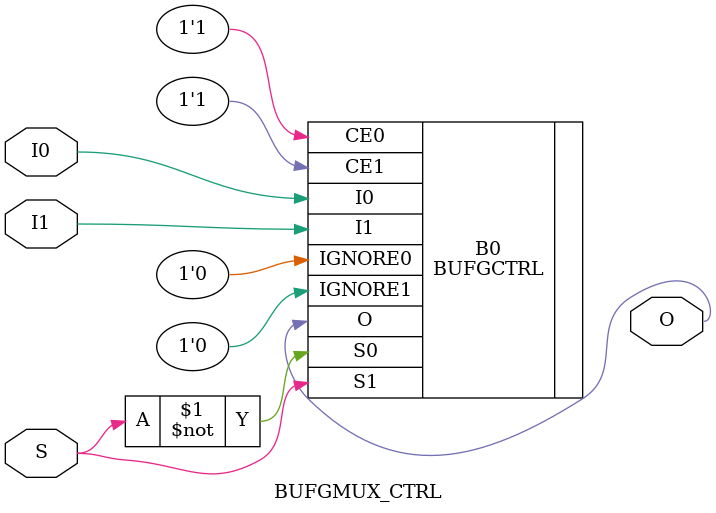
<source format=v>

`timescale 1 ps / 1 ps 

module BUFGMUX_CTRL (O, I0, I1, S);
    
    output O;
    
    input  I0;
    input  I1;
    input  S;
    
    BUFGCTRL #(.INIT_OUT(1'b0), .PRESELECT_I0("TRUE"), .PRESELECT_I1("FALSE")) B0 (.O(O), .CE0(1'b1), .CE1(1'b1), .I0(I0), .I1(I1), .IGNORE0(1'b0), .IGNORE1(1'b0), .S0(~S), .S1(S));
    
endmodule

</source>
